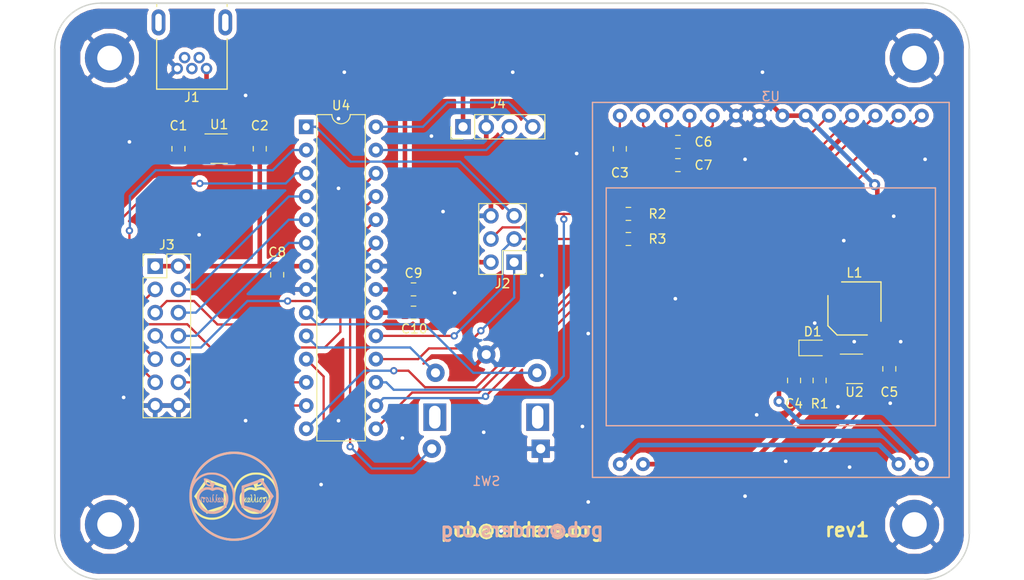
<source format=kicad_pcb>
(kicad_pcb (version 20211014) (generator pcbnew)

  (general
    (thickness 1.6)
  )

  (paper "A4")
  (layers
    (0 "F.Cu" signal)
    (31 "B.Cu" signal)
    (32 "B.Adhes" user "B.Adhesive")
    (33 "F.Adhes" user "F.Adhesive")
    (34 "B.Paste" user)
    (35 "F.Paste" user)
    (36 "B.SilkS" user "B.Silkscreen")
    (37 "F.SilkS" user "F.Silkscreen")
    (38 "B.Mask" user)
    (39 "F.Mask" user)
    (40 "Dwgs.User" user "User.Drawings")
    (41 "Cmts.User" user "User.Comments")
    (42 "Eco1.User" user "User.Eco1")
    (43 "Eco2.User" user "User.Eco2")
    (44 "Edge.Cuts" user)
    (45 "Margin" user)
    (46 "B.CrtYd" user "B.Courtyard")
    (47 "F.CrtYd" user "F.Courtyard")
    (48 "B.Fab" user)
    (49 "F.Fab" user)
  )

  (setup
    (pad_to_mask_clearance 0.051)
    (solder_mask_min_width 0.25)
    (pcbplotparams
      (layerselection 0x00010fc_ffffffff)
      (disableapertmacros false)
      (usegerberextensions true)
      (usegerberattributes true)
      (usegerberadvancedattributes false)
      (creategerberjobfile false)
      (svguseinch false)
      (svgprecision 6)
      (excludeedgelayer true)
      (plotframeref false)
      (viasonmask false)
      (mode 1)
      (useauxorigin false)
      (hpglpennumber 1)
      (hpglpenspeed 20)
      (hpglpendiameter 15.000000)
      (dxfpolygonmode true)
      (dxfimperialunits true)
      (dxfusepcbnewfont true)
      (psnegative false)
      (psa4output false)
      (plotreference true)
      (plotvalue false)
      (plotinvisibletext false)
      (sketchpadsonfab false)
      (subtractmaskfromsilk true)
      (outputformat 1)
      (mirror false)
      (drillshape 0)
      (scaleselection 1)
      (outputdirectory "plot/")
    )
  )

  (net 0 "")
  (net 1 "Net-(C1-Pad1)")
  (net 2 "GND")
  (net 3 "+3V3")
  (net 4 "Net-(C3-Pad2)")
  (net 5 "Net-(C4-Pad1)")
  (net 6 "Net-(C6-Pad2)")
  (net 7 "Net-(C6-Pad1)")
  (net 8 "Net-(C7-Pad1)")
  (net 9 "Net-(C7-Pad2)")
  (net 10 "Net-(D1-Pad2)")
  (net 11 "ICSP_MISO")
  (net 12 "ICSP_SCK")
  (net 13 "ICSP_MOSI")
  (net 14 "ICSP_RST")
  (net 15 "PC1")
  (net 16 "PC2")
  (net 17 "PC3")
  (net 18 "PD0")
  (net 19 "PD1")
  (net 20 "PD2")
  (net 21 "PD3")
  (net 22 "PD4")
  (net 23 "PD6")
  (net 24 "PD7")
  (net 25 "I2C_SDA")
  (net 26 "I2C_SCL")
  (net 27 "Net-(R1-Pad1)")
  (net 28 "DISP_SDA")
  (net 29 "DISP_SCK")
  (net 30 "ENC_SW")
  (net 31 "ENC_B")
  (net 32 "ENC_A")
  (net 33 "DISP_BL_PWM")
  (net 34 "DISP_CD")
  (net 35 "DISP_RS")
  (net 36 "DISP_CS0")
  (net 37 "Net-(U3-Pad14)")

  (footprint "Capacitor_SMD:C_0805_2012Metric" (layer "F.Cu") (at 109.4994 79.4915 90))

  (footprint "Resistor_SMD:R_0805_2012Metric" (layer "F.Cu") (at 158.6969 86.614 180))

  (footprint "Capacitor_SMD:C_0805_2012Metric" (layer "F.Cu") (at 118.3894 79.4915 90))

  (footprint "Capacitor_SMD:C_0805_2012Metric" (layer "F.Cu") (at 164.1094 78.74))

  (footprint "Capacitor_SMD:C_0805_2012Metric" (layer "F.Cu") (at 164.1094 81.28))

  (footprint "Capacitor_SMD:C_0805_2012Metric" (layer "F.Cu") (at 157.7594 79.502 90))

  (footprint "Capacitor_SMD:C_0805_2012Metric" (layer "F.Cu") (at 135.2019 97.409))

  (footprint "Capacitor_SMD:C_0805_2012Metric" (layer "F.Cu") (at 120.2944 93.2665 -90))

  (footprint "Package_TO_SOT_SMD:SOT-23-5" (layer "F.Cu") (at 113.9444 79.479))

  (footprint "Capacitor_SMD:C_0805_2012Metric" (layer "F.Cu") (at 135.2019 94.869))

  (footprint "Connector_PinHeader_2.54mm:PinHeader_2x07_P2.54mm_Vertical" (layer "F.Cu") (at 106.9594 92.329))

  (footprint "Connector_PinHeader_2.54mm:PinHeader_2x03_P2.54mm_Vertical" (layer "F.Cu") (at 146.2024 91.8972 180))

  (footprint "Connector_PinHeader_2.54mm:PinHeader_1x04_P2.54mm_Vertical" (layer "F.Cu") (at 140.6144 77.089 90))

  (footprint "Package_DIP:DIP-28_W7.62mm" (layer "F.Cu") (at 123.4694 77.089))

  (footprint "Resistor_SMD:R_0805_2012Metric" (layer "F.Cu") (at 179.6034 104.8258 90))

  (footprint "Capacitor_SMD:C_0805_2012Metric" (layer "F.Cu") (at 187.2234 103.5558 -90))

  (footprint "inductors:CDC5D23B" (layer "F.Cu") (at 183.4134 96.9518))

  (footprint "Diode_SMD:D_SOD-323" (layer "F.Cu") (at 178.8414 101.2698))

  (footprint "Capacitor_SMD:C_0805_2012Metric" (layer "F.Cu") (at 176.8094 104.8258 -90))

  (footprint "Package_TO_SOT_SMD:SOT-23-5" (layer "F.Cu") (at 183.4134 103.5558))

  (footprint "Resistor_SMD:R_0805_2012Metric" (layer "F.Cu") (at 158.6969 89.3572 180))

  (footprint "usb_connector:Amphenol_mini_USB" (layer "F.Cu") (at 110.9694 63.574 180))

  (footprint "MountingHole:MountingHole_2.7mm_M2.5_Pad" (layer "F.Cu") (at 101.9694 69.574))

  (footprint "MountingHole:MountingHole_2.7mm_M2.5_Pad" (layer "F.Cu") (at 189.9694 69.574))

  (footprint "MountingHole:MountingHole_2.7mm_M2.5_Pad" (layer "F.Cu") (at 189.9694 120.574))

  (footprint "MountingHole:MountingHole_2.7mm_M2.5_Pad" (layer "F.Cu") (at 101.9694 120.574))

  (footprint "symbols-chao:sacret_chao_neg" (layer "F.Cu") (at 115.57 117.475))

  (footprint "displays:EA-DOGS102x-6" (layer "B.Cu") (at 174.2694 96.774 180))

  (footprint "encoder:RotaryEncoder_Alps_EC12D-Switch_Vertical_H20mm" (layer "B.Cu") (at 143.1544 108.839 180))

  (footprint "symbols-chao:sacret_chao_neg" (layer "B.Cu") (at 115.57 117.475 180))

  (gr_line (start 190.9694 126.574) (end 100.9694 126.574) (layer "Edge.Cuts") (width 0.2) (tstamp 1b097a20-994c-479c-9cb5-f236aa61c8fa))
  (gr_arc (start 195.9694 121.574) (mid 194.504934 125.109534) (end 190.9694 126.574) (layer "Edge.Cuts") (width 0.15) (tstamp 64940337-2175-44aa-ab05-e1e92e28a356))
  (gr_line (start 95.9694 121.574) (end 95.9694 68.574) (layer "Edge.Cuts") (width 0.2) (tstamp 77b08f8f-0764-4619-ae58-4700c5781fa2))
  (gr_arc (start 95.9694 68.574) (mid 97.433866 65.038466) (end 100.9694 63.574) (layer "Edge.Cuts") (width 0.15) (tstamp 780076de-fb73-43f2-b5aa-1c95059ff25d))
  (gr_line (start 195.9694 68.574) (end 195.9694 121.574) (layer "Edge.Cuts") (width 0.2) (tstamp 9273aad3-d4fd-4f46-88b0-3a63b54fdc41))
  (gr_line (start 100.9694 63.574) (end 190.9694 63.574) (layer "Edge.Cuts") (width 0.2) (tstamp cf646d51-a95b-4acb-92eb-03438484ca3f))
  (gr_arc (start 190.9694 63.574) (mid 194.504934 65.038466) (end 195.9694 68.574) (layer "Edge.Cuts") (width 0.15) (tstamp da49333a-2ae3-46a7-85b7-29e867a658b0))
  (gr_arc (start 100.9694 126.574) (mid 97.433866 125.109534) (end 95.9694 121.574) (layer "Edge.Cuts") (width 0.15) (tstamp f7925461-00b9-45fa-8499-f4088f9215ce))
  (gr_text "pcb@onders.org" (at 147.066 121.158) (layer "B.SilkS") (tstamp 5413e9f0-4b25-4379-9452-5ca9a4dfa90a)
    (effects (font (size 1.5 1.5) (thickness 0.3)) (justify mirror))
  )
  (gr_text "pcb@onders.org" (at 147.066 121.158) (layer "F.SilkS") (tstamp 00000000-0000-0000-0000-00006148cda8)
    (effects (font (size 1.5 1.5) (thickness 0.3)))
  )
  (gr_text "rev1" (at 182.626 121.158) (layer "F.SilkS") (tstamp 52113c98-6292-463e-b72c-6132239a046a)
    (effects (font (size 1.5 1.5) (thickness 0.3)))
  )

  (segment (start 109.4994 80.429) (end 112.8444 80.429) (width 0.5) (layer "F.Cu") (net 1) (tstamp 518a4131-64e9-4ba1-a442-4691a53e2b81))
  (segment (start 113.559402 80.429) (end 113.824401 80.164001) (width 0.5) (layer "F.Cu") (net 1) (tstamp 8ef3e563-c1f8-49c5-a3f8-41d88bb0ede4))
  (segment (start 112.5694 78.254) (end 112.8444 78.529) (width 0.5) (layer "F.Cu") (net 1) (tstamp 94dd7c58-d6bf-4547-ab6b-8de0e37bf355))
  (segment (start 112.8444 80.429) (end 113.559402 80.429) (width 0.5) (layer "F.Cu") (net 1) (tstamp 9a573a5f-16ed-4bac-a9aa-25b5d86e5dd3))
  (segment (start 113.824401 80.164001) (end 113.824401 78.793999) (width 0.5) (layer "F.Cu") (net 1) (tstamp d5a6653e-3f63-4910-afbc-8ebf149f0d3d))
  (segment (start 113.559402 78.529) (end 112.8444 78.529) (width 0.5) (layer "F.Cu") (net 1) (tstamp dac75ca8-9fd9-4f25-9f22-82af6f3fdad2))
  (segment (start 113.824401 78.793999) (end 113.559402 78.529) (width 0.5) (layer "F.Cu") (net 1) (tstamp e6ba8e5a-5295-4d99-9539-f0f44fc4499c))
  (segment (start 112.5694 70.724) (end 112.5694 78.254) (width 0.5) (layer "F.Cu") (net 1) (tstamp f09822c0-7fac-44ce-a87f-366f7a49f250))
  (segment (start 112.8319 78.6915) (end 112.8444 78.679) (width 0.25) (layer "F.Cu") (net 1) (tstamp f6fee84b-bfc5-4648-8e13-9d6d04247a23))
  (segment (start 182.3134 103.5558) (end 185.8264 103.5558) (width 0.5) (layer "F.Cu") (net 2) (tstamp 00000000-0000-0000-0000-000061464a7a))
  (segment (start 185.8264 103.5558) (end 186.7639 104.4933) (width 0.5) (layer "F.Cu") (net 2) (tstamp 00000000-0000-0000-0000-000061464add))
  (segment (start 186.7639 104.4933) (end 187.2234 104.4933) (width 0.5) (layer "F.Cu") (net 2) (tstamp 00000000-0000-0000-0000-000061464ae0))
  (segment (start 110.8894 78.554) (end 109.4994 78.554) (width 0.5) (layer "F.Cu") (net 2) (tstamp 22ebd635-5838-472e-8b50-03affaba3376))
  (segment (start 180.7949 103.8883) (end 181.1274 103.5558) (width 0.5) (layer "F.Cu") (net 2) (tstamp 4fffb586-b915-45cc-a9a2-02cc516bb571))
  (segment (start 112.8444 79.479) (end 111.8144 79.479) (width 0.5) (layer "F.Cu") (net 2) (tstamp 711f8627-5a3c-4396-84c3-6cf951de66c5))
  (segment (start 181.1274 103.5558) (end 182.3134 103.5558) (width 0.5) (layer "F.Cu") (net 2) (tstamp 8b64729b-0793-4b75-90fd-6a59598d76c3))
  (segment (start 179.6034 103.8883) (end 180.7949 103.8883) (width 0.5) (layer "F.Cu") (net 2) (tstamp ca51fbb9-a837-4f97-892a-477f8b6ae176))
  (segment (start 111.8144 79.479) (end 110.8894 78.554) (width 0.5) (layer "F.Cu") (net 2) (tstamp d77aae80-2ebb-449c-8753-33e439daa878))
  (segment (start 117.7419 78.679) (end 117.7544 78.6915) (width 0.25) (layer "F.Cu") (net 2) (tstamp f0172b04-3281-4d5a-a911-69e210ac9ebd))
  (via (at 142.875 110.49) (size 0.8) (drill 0.4) (layers "F.Cu" "B.Cu") (free) (net 2) (tstamp 1381c62d-fe0d-40e1-a24a-30e3ebdfd353))
  (via (at 173.355 71.12) (size 0.8) (drill 0.4) (layers "F.Cu" "B.Cu") (free) (net 2) (tstamp 1be57cee-9843-43f2-b029-ce77e4d23583))
  (via (at 182.245 89.535) (size 0.8) (drill 0.4) (layers "F.Cu" "B.Cu") (free) (net 2) (tstamp 1e7a3df3-1564-4fca-a73a-2e1c26f2240d))
  (via (at 171.45 80.645) (size 0.8) (drill 0.4) (layers "F.Cu" "B.Cu") (free) (net 2) (tstamp 24f4ca8a-b89e-4b56-bcc7-8bd43bb3d11a))
  (via (at 133.985 111.125) (size 0.8) (drill 0.4) (layers "F.Cu" "B.Cu") (free) (net 2) (tstamp 2a21fb11-bf9f-4892-8443-9e0ba5dd08ff))
  (via (at 175.895 113.665) (size 0.8) (drill 0.4) (layers "F.Cu" "B.Cu") (free) (net 2) (tstamp 2b6301a3-5467-4fc1-bb31-50e77447df18))
  (via (at 111.76 88.9) (size 0.8) (drill 0.4) (layers "F.Cu" "B.Cu") (free) (net 2) (tstamp 2efaba24-aee5-4bea-ae84-dbce9fb4b72e))
  (via (at 127 109.22) (size 0.8) (drill 0.4) (layers "F.Cu" "B.Cu") (free) (net 2) (tstamp 30b67311-4a25-4ff6-b039-8b63a8d8435a))
  (via (at 138.43 86.36) (size 0.8) (drill 0.4) (layers "F.Cu" "B.Cu") (free) (net 2) (tstamp 36992cac-f26a-4454-857c-961531074fa8))
  (via (at 172.72 108.585) (size 0.8) (drill 0.4) (layers "F.Cu" "B.Cu") (free) (net 2) (tstamp 3b6f4330-bdb8-40df-a620-2777b9dcf025))
  (via (at 146.05 71.12) (size 0.8) (drill 0.4) (layers "F.Cu" "B.Cu") (free) (net 2) (tstamp 473c668c-5f7b-4cf5-8012-906483dc5dc1))
  (via (at 171.45 117.475) (size 0.8) (drill 0.4) (layers "F.Cu" "B.Cu") (free) (net 2) (tstamp 5078aa3f-bd19-4b74-8c57-3c644abf89a1))
  (via (at 116.84 109.22) (size 0.8) (drill 0.4) (layers "F.Cu" "B.Cu") (free) (net 2) (tstamp 5205aebd-9933-4ae9-a0ce-7844b2f8a68d))
  (via (at 163.83 95.885) (size 0.8) (drill 0.4) (layers "F.Cu" "B.Cu") (free) (net 2) (tstamp 5e8722e9-7b43-46a9-8d22-878ec7a7e611))
  (via (at 182.88 114.3) (size 0.8) (drill 0.4) (layers "F.Cu" "B.Cu") (free) (net 2) (tstamp 60fcc63f-51e7-4ba1-b8e2-7f58e866098a))
  (via (at 103.505 106.68) (size 0.8) (drill 0.4) (layers "F.Cu" "B.Cu") (free) (net 2) (tstamp 63d2de20-f243-448e-8f9b-9238fd5af361))
  (via (at 153.035 80.01) (size 0.8) (drill 0.4) (layers "F.Cu" "B.Cu") (free) (net 2) (tstamp 64fbefce-a964-4fb3-859a-3fdb8eab745c))
  (via (at 179.07 98.552) (size 0.8) (drill 0.4) (layers "F.Cu" "B.Cu") (free) (net 2) (tstamp 6b77bf77-de96-48f8-be92-62612c7f7189))
  (via (at 191.135 80.645) (size 0.8) (drill 0.4) (layers "F.Cu" "B.Cu") (free) (net 2) (tstamp 72140a8f-2088-44fc-93d1-40511c6ac353))
  (via (at 187.706 86.868) (size 0.8) (drill 0.4) (layers "F.Cu" "B.Cu") (free) (net 2) (tstamp 82379ead-3508-4425-94ba-5e4ce4df8beb))
  (via (at 153.67 109.855) (size 0.8) (drill 0.4) (layers "F.Cu" "B.Cu") (free) (net 2) (tstamp 8781291e-cbb2-406c-8d33-4c9ef34481d5))
  (via (at 139.7 95.25) (size 0.8) (drill 0.4) (layers "F.Cu" "B.Cu") (free) (net 2) (tstamp 87b9636d-970f-48ad-aeba-dc46a88c56f3))
  (via (at 127 83.82) (size 0.8) (drill 0.4) (layers "F.Cu" "B.Cu") (free) (net 2) (tstamp 8b6cdbf8-21f4-4048-9aa4-5e699f9f7818))
  (via (at 188.468 100.584) (size 0.8) (drill 0.4) (layers "F.Cu" "B.Cu") (free) (net 2) (tstamp a2634fce-63a7-464e-949e-676604bb3aff))
  (via (at 127.635 71.12) (size 0.8) (drill 0.4) (layers "F.Cu" "B.Cu") (free) (net 2) (tstamp b9288ffb-24d0-402b-b179-78cd1bd46e32))
  (via (at 187.325 107.315) (size 0.8) (drill 0.4) (layers "F.Cu" "B.Cu") (free) (net 2) (tstamp bb5d112d-8806-45ee-9ac3-33210f67d54f))
  (via (at 154.305 118.11) (size 0.8) (drill 0.4) (layers "F.Cu" "B.Cu") (free) (net 2) (tstamp c28b7c81-22dc-402b-9254-51430890607f))
  (via (at 116.84 73.66) (size 0.8) (drill 0.4) (layers "F.Cu" "B.Cu") (free) (net 2) (tstamp c6c09f1d-8526-474d-84d1-9ef4e9ca3baa))
  (via (at 144.78 121.285) (size 0.8) (drill 0.4) (layers "F.Cu" "B.Cu") (free) (net 2) (tstamp c9885123-a10f-435c-b990-754dee090790))
  (via (at 127 76.2) (size 0.8) (drill 0.4) (layers "F.Cu" "B.Cu") (free) (net 2) (tstamp d4d1bd68-a9e6-402c-9443-93b1d7dcbad3))
  (via (at 137.16 78.105) (size 0.8) (drill 0.4) (layers "F.Cu" "B.Cu") (free) (net 2) (tstamp dc7fe6ab-e2e1-48c0-b2af-0f1c6ebb04ac))
  (via (at 125.095 116.205) (size 0.8) (drill 0.4) (layers "F.Cu" "B.Cu") (free) (net 2) (tstamp e057ca2f-1b75-420b-8935-3a5f72a1ab12))
  (via (at 183.388 100.584) (size 0.8) (drill 0.4) (layers "F.Cu" "B.Cu") (free) (net 2) (tstamp e61ab269-9ed2-4997-9d04-ff45179c9616))
  (via (at 104.14 78.74) (size 0.8) (drill 0.4) (layers "F.Cu" "B.Cu") (free) (net 2) (tstamp edff7200-18c6-4e0c-99f9-a118fc24b63a))
  (via (at 181.61 107.696) (size 0.8) (drill 0.4) (layers "F.Cu" "B.Cu") (free) (net 2) (tstamp f2a890da-4680-40ce-b207-f4f38e533c52))
  (via (at 149.225 93.345) (size 0.8) (drill 0.4) (layers "F.Cu" "B.Cu") (free) (net 2) (tstamp f468e3bd-802f-4a5b-8b3e-9d656cb4dfb7))
  (via (at 154.305 99.695) (size 0.8) (drill 0.4) (layers "F.Cu" "B.Cu") (free) (net 2) (tstamp f85a42e4-203a-4e25-98e4-36d444206b66))
  (segment (start 187.2109 102.6058) (end 187.2234 102.6183) (width 0.5) (layer "F.Cu") (net 3) (tstamp 00000000-0000-0000-0000-000061464b13))
  (segment (start 134.2644 97.409) (end 131.0894 97.409) (width 0.5) (layer "F.Cu") (net 3) (tstamp 0239a7dc-4f11-4dd5-9564-b10e3cb51ffa))
  (segment (start 184.5259 102.6183) (end 184.5134 102.6058) (width 0.5) (layer "F.Cu") (net 3) (tstamp 0bf07fd4-aa7e-4f51-a6a6-44b27866d654))
  (segment (start 134.2644 94.869) (end 131.0894 94.869) (width 0.5) (layer "F.Cu") (net 3) (tstamp 27e112bb-379e-4535-a70d-a0e678c371ae))
  (segment (start 185.9134 99.1518) (end 185.9134 83.7038) (width 0.5) (layer "F.Cu") (net 3) (tstamp 55159f70-13f1-47a3-bb2b-c74826aa604c))
  (segment (start 185.89 102.6183) (end 184.5259 102.6183) (width 0.5) (layer "F.Cu") (net 3) (tstamp 5f5a1385-75d4-4463-bc21-a6137b8c26df))
  (segment (start 140.6144 73.279) (end 172.9444 73.279) (width 0.5) (layer "F.Cu") (net 3) (tstamp 86388482-65de-4962-9ebf-7d4d6c1dfcb6))
  (segment (start 134.2644 91.8845) (end 134.2644 73.279) (width 0.5) (layer "F.Cu") (net 3) (tstamp 87f4b7ba-c2c6-4980-9aad-767b93259fb9))
  (segment (start 118.3894 92.329) (end 109.4994 92.329) (width 0.5) (layer "F.Cu") (net 3) (tstamp 8bdf40b7-7312-4b98-8ee3-177dfa3c1a46))
  (segment (start 116.4894 78.529) (end 118.3894 80.429) (width 0.5) (layer "F.Cu") (net 3) (tstamp 97c3e317-415d-4b4f-8101-e9340ae149a3))
  (segment (start 134.2644 94.869) (end 134.2644 91.8845) (width 0.5) (layer "F.Cu") (net 3) (tstamp 9c26b72f-cc8f-4568-a8a9-f55225c27554))
  (segment (start 142.447619 91.8845) (end 134.2644 91.8845) (width 0.5) (layer "F.Cu") (net 3) (tstamp 9e07d90c-56c0-4c4f-855e-0025effe6c99))
  (segment (start 119.6594 79.159) (end 119.6594 75.819) (width 0.5) (layer "F.Cu") (net 3) (tstamp a5acfc13-660b-4475-8069-b28733a7b5eb))
  (segment (start 187.2234 102.6183) (end 185.89 102.6183) (width 0.5) (layer "F.Cu") (net 3) (tstamp b0e38842-ac03-4c5b-8a1e-55adbb4b8c0c))
  (segment (start 185.9134 99.1518) (end 185.9134 102.5949) (width 0.5) (layer "F.Cu") (net 3) (tstamp bbc3af49-fdef-47bd-8494-93433b79685b))
  (segment (start 109.4994 92.329) (end 106.9594 92.329) (width 0.5) (layer "F.Cu") (net 3) (tstamp bd5bb503-514b-468b-8abd-7e31ffd332b7))
  (segment (start 115.0444 78.529) (end 116.4894 78.529) (width 0.5) (layer "F.Cu") (net 3) (tstamp c09e814d-1e36-4717-a65f-fd59e1f66b26))
  (segment (start 134.2644 97.409) (end 134.2644 94.869) (width 0.5) (layer "F.Cu") (net 3) (tstamp c38bcb76-072f-4dac-ae3c-2878c12baaaa))
  (segment (start 119.6594 75.819) (end 122.1994 73.279) (width 0.5) (layer "F.Cu") (net 3) (tstamp c8b9676b-221e-4cd7-863c-5d1cf75e0f5a))
  (segment (start 172.9444 73.279) (end 175.5394 75.874) (width 0.5) (layer "F.Cu") (net 3) (tstamp cea40dd1-610e-46e4-9f6c-d23f0a3ddd3f))
  (segment (start 120.2944 92.329) (end 118.3894 92.329) (width 0.5) (layer "F.Cu") (net 3) (tstamp d2524e3e-228a-471d-b6ab-7febc5f574b2))
  (segment (start 178.0794 75.874) (end 175.5394 75.874) (width 0.5) (layer "F.Cu") (net 3) (tstamp d71f0cba-ee35-4c7d-8e36-e6e267833f6a))
  (segment (start 143.6624 91.8972) (end 142.460319 91.8972) (width 0.5) (layer "F.Cu") (net 3) (tstamp d8abe8ec-485d-44a5-b5c3-6d01cfd7fd8c))
  (segment (start 185.9134 83.7038) (end 185.6232 83.4136) (width 0.5) (layer "F.Cu") (net 3) (tstamp e1df4b0e-82c2-4440-ac04-3c42a4367634))
  (segment (start 140.6144 77.089) (end 140.6144 73.279) (width 0.5) (layer "F.Cu") (net 3) (tstamp e6835982-f526-41dd-96a3-dbcd46ab9645))
  (segment (start 118.3894 80.429) (end 118.3894 92.329) (width 0.5) (layer "F.Cu") (net 3) (tstamp e6e4ba06-5100-4065-b809-01784b64c06b))
  (segment (start 134.2644 73.279) (end 140.6144 73.279) (width 0.5) (layer "F.Cu") (net 3) (tstamp e93952e0-b012-4dcc-a5ce-167d55bdd575))
  (segment (start 118.3894 80.429) (end 119.6594 79.159) (width 0.5) (layer "F.Cu") (net 3) (tstamp ed4682aa-5710-4438-810d-939bc55b81c3))
  (segment (start 185.9134 102.5949) (end 185.89 102.6183) (width 0.5) (layer "F.Cu") (net 3) (tstamp f0b46255-e918-4a38-931d-8a945e9905c3))
  (segment (start 123.4694 92.329) (end 120.2944 92.329) (width 0.5) (layer "F.Cu") (net 3) (tstamp f1084b0d-b992-4d4c-9074-1c148a908ad5))
  (segment (start 122.1994 73.279) (end 134.2644 73.279) (width 0.5) (layer "F.Cu") (net 3) (tstamp f95c6027-15cc-4326-9d31-38f6dba6baec))
  (segment (start 142.460319 91.8972) (end 142.447619 91.8845) (width 0.5) (layer "F.Cu") (net 3) (tstamp fa2a3668-9582-4466-b44e-6720f86e983f))
  (via (at 185.6232 83.4136) (size 1.2) (drill 0.6) (layers "F.Cu" "B.Cu") (net 3) (tstamp 5f698b56-319a-4e7a-acc3-9c3c494e9e07))
  (segment (start 185.619 83.4136) (end 185.6232 83.4136) (width 0.5) (layer "B.Cu") (net 3) (tstamp 1e5d0253-acc2-4f0d-86a2-9343225c71a7))
  (segment (start 178.0794 75.874) (end 185.619 83.4136) (width 0.5) (layer "B.Cu") (net 3) (tstamp 75c56b73-e91e-4c3e-8fb7-792f0cb19b7b))
  (segment (start 157.7594 75.874) (end 157.7594 78.5645) (width 0.25) (layer "F.Cu") (net 4) (tstamp cdbac3ad-7252-4da8-b1a5-17f3fd6da071))
  (segment (start 176.8094 102.0318) (end 176.8094 103.8883) (width 0.5) (layer "F.Cu") (net 5) (tstamp 00000000-0000-0000-0000-0000614649de))
  (segment (start 176.8094 103.8883) (end 175.7149 103.8883) (width 0.5) (layer "F.Cu") (net 5) (tstamp 00000000-0000-0000-0000-0000614649e1))
  (segment (start 177.5714 101.2698) (end 176.8094 102.0318) (width 0.5) (layer "F.Cu") (net 5) (tstamp 00000000-0000-0000-0000-000061464a23))
  (segment (start 175.7149 103.8883) (end 175.1584 104.4448) (width 0.5) (layer "F.Cu") (net 5) (tstamp 00000000-0000-0000-0000-000061464ac2))
  (segment (start 177.7914 101.2698) (end 177.5714 101.2698) (width 0.5) (layer "F.Cu") (net 5) (tstamp 00000000-0000-0000-0000-000061464ad4))
  (segment (start 175.1584 104.4448) (end 175.1584 107.1118) (width 0.5) (layer "F.Cu") (net 5) (tstamp 00000000-0000-0000-0000-000061464b1c))
  (via (at 175.1584 107.1118) (size 1.2) (drill 0.6) (layers "F.Cu" "B.Cu") (net 5) (tstamp 00000000-0000-0000-0000-0000614649f0))
  (segment (start 175.1584 107.1118) (end 177.3936 109.347) (width 0.5) (layer "B.Cu") (net 5) (tstamp 11f8ac59-56bf-4d1a-8ad3-b4e0fd1dc52f))
  (segment (start 186.1524 109.347) (end 190.7794 113.974) (width 0.5) (layer "B.Cu") (net 5) (tstamp 5c579301-bff6-451b-b47f-4ab2a3b968be))
  (segment (start 177.3936 109.347) (end 186.1524 109.347) (width 0.5) (layer "B.Cu") (net 5) (tstamp cb4d8b56-fff0-4e32-bb68-134e4476c746))
  (segment (start 165.0469 78.74) (end 165.0469 77.4215) (width 0.25) (layer "F.Cu") (net 6) (tstamp 78ede9a5-24b2-446b-883e-d0eb187e6d79))
  (segment (start 165.3794 77.089) (end 165.3794 75.874) (width 0.25) (layer "F.Cu") (net 6) (tstamp b37ba0e4-c660-44d5-bd24-47ff6d2ba9c7))
  (segment (start 165.0469 77.4215) (end 165.3794 77.089) (width 0.25) (layer "F.Cu") (net 6) (tstamp c484a812-1402-4e4a-b9af-2e216b21f631))
  (segment (start 163.1719 77.4215) (end 163.1719 78.74) (width 0.25) (layer "F.Cu") (net 7) (tstamp 1418a8af-ecf9-4c29-a7a3-d0ed1e478705))
  (segment (start 162.8394 75.874) (end 162.8394 77.089) (width 0.25) (layer "F.Cu") (net 7) (tstamp 250e48fb-e2d3-44be-a21e-1a17c0d65000))
  (segment (start 162.8394 77.089) (end 163.1719 77.4215) (width 0.25) (layer "F.Cu") (net 7) (tstamp fb134e24-116f-4c1a-a910-69e228b2dca7))
  (segment (start 160.2994 75.874) (end 160.2994 76.95163) (width 0.25) (layer "F.Cu") (net 8) (tstamp 819f78e6-941f-4dad-85f1-b4c7c6b3f0f2))
  (segment (start 162.3314 81.28) (end 163.1719 81.28) (width 0.25) (layer "F.Cu") (net 8) (tstamp ab1e0f05-b1ba-418b-9e43-ba5776957f76))
  (segment (start 161.8234 80.772) (end 162.3314 81.28) (width 0.25) (layer "F.Cu") (net 8) (tstamp ada0013d-cfe2-4fa3-ae62-0cfc7e1da447))
  (segment (start 161.8234 78.47563) (end 161.8234 80.772) (width 0.25) (layer "F.Cu") (net 8) (tstamp c8a3bad8-b631-46f3-ad1c-65cbb9e97856))
  (segment (start 160.2994 76.95163) (end 161.8234 78.47563) (width 0.25) (layer "F.Cu") (net 8) (tstamp e99125d6-a0ca-4b37-842b-335296080c6e))
  (segment (start 167.9194 75.874) (end 167.9194 76.962) (width 0.25) (layer "F.Cu") (net 9) (tstamp 078044b2-8672-471f-8af0-713545e8135d))
  (segment (start 166.3954 78.486) (end 166.3954 80.772) (width 0.25) (layer "F.Cu") (net 9) (tstamp 25f1074a-6ae7-40ed-8106-5e5622cabe99))
  (segment (start 165.8874 81.28) (end 165.0469 81.28) (width 0.25) (layer "F.Cu") (net 9) (tstamp 36709ce8-feaf-4ca8-a999-4108fb101352))
  (segment (start 167.9194 76.962) (end 166.3954 78.486) (width 0.25) (layer "F.Cu") (net 9) (tstamp c873fbd2-c35e-4523-8311-de379b125b9d))
  (segment (start 166.3954 80.772) (end 165.8874 81.28) (width 0.25) (layer "F.Cu") (net 9) (tstamp f69224be-c98a-48ad-a04c-1caaa0418333))
  (segment (start 182.1084 102.6058) (end 182.3134 102.6058) (width 0.5) (layer "F.Cu") (net 10) (tstamp 00000000-0000-0000-0000-0000614649d2))
  (segment (start 180.6914 101.2698) (end 181.2134 101.2698) (width 0.5) (layer "F.Cu") (net 10) (tstamp 00000000-0000-0000-0000-0000614649db))
  (segment (start 181.2134 101.2698) (end 181.2134 101.7108) (width 0.5) (layer "F.Cu") (net 10) (tstamp 00000000-0000-0000-0000-0000614649e4))
  (segment (start 179.8914 101.2698) (end 180.6914 101.2698) (width 0.5) (layer "F.Cu") (net 10) (tstamp 00000000-0000-0000-0000-0000614649ea))
  (segment (start 181.2134 101.7108) (end 182.1084 102.6058) (width 0.5) (layer "F.Cu") (net 10) (tstamp 00000000-0000-0000-0000-000061464ace))
  (segment (start 181.2134 95.4566) (end 181.2134 98.9486) (width 0.5) (layer "F.Cu") (net 10) (tstamp 22f1a18b-d140-451a-a871-4c11294da049))
  (segment (start 181.2134 98.9486) (end 181.2134 101.2698) (width 0.5) (layer "F.Cu") (net 10) (tstamp 7f251369-eace-44ab-848c-cd3c5957381c))
  (segment (start 180.9134 95.1566) (end 181.2134 95.4566) (width 0.5) (layer "F.Cu") (net 10) (tstamp a3a4ba60-3271-4e9a-ba37-9a84bcaf9db5))
  (segment (start 180.9134 94.7518) (end 180.9134 95.1566) (width 0.5) (layer "F.Cu") (net 10) (tstamp ec5e2d7d-3bc6-4fcb-8261-5aceb45c3c19))
  (segment (start 131.0894 102.489) (end 135.7122 102.489) (width 0.25) (layer "F.Cu") (net 11) (tstamp 2c913718-efbb-4ec8-bb76-bae88d46ed51))
  (segment (start 135.7122 102.489) (end 136.8806 101.3206) (width 0.25) (layer "F.Cu") (net 11) (tstamp 47472735-41ec-4096-96fb-ce611f148c4c))
  (segment (start 140.6398 101.3206) (end 142.5702 99.3902) (width 0.25) (layer "F.Cu") (net 11) (tstamp 947acefe-ac33-4206-9de3-25b50b4731dd))
  (segment (start 136.8806 101.3206) (end 140.6398 101.3206) (width 0.25) (layer "F.Cu") (net 11) (tstamp a02008a9-68e1-4709-bfc0-24c27997889b))
  (via (at 142.5702 99.3902) (size 0.8) (drill 0.4) (layers "F.Cu" "B.Cu") (net 11) (tstamp ec464e2c-70c1-4b51-8600-7384ed6e411a))
  (segment (start 146.2024 95.758) (end 146.2024 91.8972) (width 0.25) (layer "B.Cu") (net 11) (tstamp 1b0fa014-c61e-4314-8f3d-160bae26aa4c))
  (segment (start 142.5702 99.3902) (end 146.2024 95.758) (width 0.25) (layer "B.Cu") (net 11) (tstamp f75ebc7d-c37e-40c2-a424-54729f414b88))
  (segment (start 131.0894 99.949) (end 139.6492 99.949) (width 0.25) (layer "F.Cu") (net 12) (tstamp 14fc535c-cb89-48aa-90fe-76e1fd47f505))
  (segment (start 146.2024 89.3572) (end 157.7594 89.3572) (width 0.25) (layer "F.Cu") (net 12) (tstamp 673ed119-91db-4148-9876-56639d2d2321))
  (via (at 139.6492 99.949) (size 0.8) (drill 0.4) (layers "F.Cu" "B.Cu") (net 12) (tstamp a4d49e7c-3f1b-4d80-bed7-772a82216d80))
  (segment (start 144.9324 90.6272) (end 146.2024 89.3572) (width 0.25) (layer "B.Cu") (net 12) (tstamp 41dd8dbe-60e2-416e-bb81-b16a7ee0f28c))
  (segment (start 139.6492 99.949) (end 144.9324 94.6658) (width 0.25) (layer "B.Cu") (net 12) (tstamp 9f6748e8-8f0d-48e2-827e-24181f021855))
  (segment (start 144.9324 94.6658) (end 144.9324 90.6272) (width 0.25) (layer "B.Cu") (net 12) (tstamp da656b2e-e4c4-44c7-b28a-53f21ed84da8))
  (segment (start 151.638 87.1982) (end 151.638 86.614) (width 0.25) (layer "F.Cu") (net 13) (tstamp 01fb1e6b-cb11-499c-98a0-6bff6dff5959))
  (segment (start 144.9324 88.0872) (end 147.0152 88.0872) (width 0.25) (layer "F.Cu") (net 13) (tstamp 233cfd4a-3e69-493d-b359-bfb36c843ecb))
  (segment (start 157.7594 86.614) (end 151.638 86.614) (width 0.25) (layer "F.Cu") (net 13) (tstamp 5fc5324e-c2ef-45c8-948a-a82775445cd5))
  (segment (start 143.6624 89.3572) (end 144.9324 88.0872) (width 0.25) (layer "F.Cu") (net 13) (tstamp 93d4d131-a9f1-4257-bd4f-e06ad27b3631))
  (segment (start 148.4884 86.614) (end 151.638 86.614) (width 0.25) (layer "F.Cu") (net 13) (tstamp c4d75d3d-bb31-481d-a4a7-a0f504882b68))
  (segment (start 147.0152 88.0872) (end 148.4884 86.614) (width 0.25) (layer "F.Cu") (net 13) (tstamp e8a30a4a-b90d-43dc-9cd2-b512b8cb2467))
  (via (at 151.638 87.1982) (size 0.8) (drill 0.4) (layers "F.Cu" "B.Cu") (net 13) (tstamp e5b90e39-3962-49db-a2a4-466531862883))
  (segment (start 133.03357 105.8418) (end 150.114 105.8418) (width 0.25) (layer "B.Cu") (net 13) (tstamp 294d1b3f-d421-48e2-92a4-f8f5eef13748))
  (segment (start 131.0894 105.029) (end 132.22077 105.029) (width 0.25) (layer "B.Cu") (net 13) (tstamp 4925c46f-467c-40b3-95db-ef4df267cd8b))
  (segment (start 132.22077 105.029) (end 133.03357 105.8418) (width 0.25) (layer "B.Cu") (net 13) (tstamp 4a9da171-847e-4bc4-93f9-edfe5c4b8354))
  (segment (start 150.114 105.8418) (end 151.638 104.3178) (width 0.25) (layer "B.Cu") (net 13) (tstamp becc358e-ef6d-41ed-a412-61ca01ad5ed6))
  (segment (start 151.638 104.3178) (end 151.638 87.1982) (width 0.25) (layer "B.Cu") (net 13) (tstamp f5707a39-7e4e-416d-b856-204502394794))
  (segment (start 140.2842 80.899) (end 146.2024 86.8172) (width 0.25) (layer "B.Cu") (net 14) (tstamp 436b9e93-01ad-4cd2-a39e-eee50a26ba10))
  (segment (start 128.3294 80.899) (end 140.2842 80.899) (width 0.25) (layer "B.Cu") (net 14) (tstamp 7b859b76-0528-49b2-a54e-fd6560111b42))
  (segment (start 124.5194 77.089) (end 128.3294 80.899) (width 0.25) (layer "B.Cu") (net 14) (tstamp cf4939e9-8ae0-4af4-8ec6-e88cfbcbfe6e))
  (segment (start 123.4694 77.089) (end 124.5194 77.089) (width 0.25) (layer "B.Cu") (net 14) (tstamp d976a998-0355-4b51-98dc-421418498533))
  (segment (start 106.1466 98.679) (end 105.2576 97.79) (width 0.25) (layer "F.Cu") (net 15) (tstamp 26b5b06d-6731-4f1d-a50f-a1a758285eac))
  (segment (start 105.2576 97.79) (end 105.2576 96.5708) (width 0.25) (layer "F.Cu") (net 15) (tstamp 2e0de0fd-ad73-4e93-8d2e-96ad3d9f4bc7))
  (segment (start 125.5014 101.219) (end 113.0046 101.219) (width 0.25) (layer "F.Cu") (net 15) (tstamp 551310a4-3882-4605-bfec-f0802df1435c))
  (segment (start 127.2032 99.5172) (end 125.5014 101.219) (width 0.25) (layer "F.Cu") (net 15) (tstamp 6d7c23f0-27c3-4fa6-89cc-f79a540be70c))
  (segment (start 110.4646 98.679) (end 106.1466 98.679) (width 0.25) (layer "F.Cu") (net 15) (tstamp 79af4db6-baae-4c77-a86f-0586761cb86a))
  (segment (start 105.2576 96.5708) (end 106.9594 94.869) (width 0.25) (layer "F.Cu") (net 15) (tstamp b6f6bd1a-2333-4a7e-8ef6-f8a63bf31635))
  (segment (start 113.0046 101.219) (end 110.4646 98.679) (width 0.25) (layer "F.Cu") (net 15) (tstamp b98190a3-4e75-4ed8-b75b-e1b37bee46b3))
  (segment (start 131.0894 87.249) (end 127.2032 91.1352) (width 0.25) (layer "F.Cu") (net 15) (tstamp d92867dc-3e98-46a9-a48e-3161efe31b10))
  (segment (start 127.2032 91.1352) (end 127.2032 99.5172) (width 0.25) (layer "F.Cu") (net 15) (tstamp ed06b896-4df0-4238-b6eb-bbbe5360e849))
  (segment (start 125.0188 98.7044) (end 126.4666 97.2566) (width 0.25) (layer "F.Cu") (net 16) (tstamp 0c3dbbcf-98e0-48d2-853d-b67234b32313))
  (segment (start 113.7666 98.7044) (end 125.0188 98.7044) (width 0.25) (layer "F.Cu") (net 16) (tstamp 76ff16ff-0d33-4704-b0f8-f9c9f4b3e595))
  (segment (start 126.4666 97.2566) (end 126.4666 89.3318) (width 0.25) (layer "F.Cu") (net 16) (tstamp 89fa7fcb-3c2b-4c1b-b3ed-e2a1cf745f7d))
  (segment (start 106.9594 97.409) (end 108.2294 96.139) (width 0.25) (layer "F.Cu") (net 16) (tstamp 97931d4a-7c02-4a9b-a790-a3569eede93c))
  (segment (start 108.2294 96.139) (end 111.2012 96.139) (width 0.25) (layer "F.Cu") (net 16) (tstamp c9a40d5d-4fe7-4da0-89eb-466f8c6c321b))
  (segment (start 126.4666 89.3318) (end 131.0894 84.709) (width 0.25) (layer "F.Cu") (net 16) (tstamp cb6506b0-3912-438a-b6ea-123a23611666))
  (segment (start 111.2012 96.139) (end 113.7666 98.7044) (width 0.25) (layer "F.Cu") (net 16) (tstamp effa9ffa-d173-4290-8a92-c5f93d4c73ba))
  (segment (start 125.5268 87.7316) (end 125.5268 95.0468) (width 0.25) (layer "F.Cu") (net 17) (tstamp 0988bdab-20b2-4388-83a8-9cfbb33342b3))
  (segment (start 131.0894 82.169) (end 125.5268 87.7316) (width 0.25) (layer "F.Cu") (net 17) (tstamp 208a6583-df1c-4ff8-9045-47b7770a5518))
  (segment (start 125.5268 95.0468) (end 124.4346 96.139) (width 0.25) (layer "F.Cu") (net 17) (tstamp 787ed861-bac6-4a43-9839-40cdf7ee276e))
  (segment (start 124.4346 96.139) (end 122.301 96.139) (width 0.25) (layer "F.Cu") (net 17) (tstamp f184863f-807b-4eb3-ae9e-2a8857f5a82a))
  (segment (start 122.301 96.139) (end 121.4374 96.139) (width 0.25) (layer "F.Cu") (net 17) (tstamp fe148714-b0cf-44d7-9b6c-f06914620619))
  (via (at 121.4374 96.139) (size 0.8) (drill 0.4) (layers "F.Cu" "B.Cu") (net 17) (tstamp c485d3ef-a691-4d45-9595-86938e754812))
  (segment (start 121.4374 96.139) (end 117.0432 96.139) (width 0.25) (layer "B.Cu") (net 17) (tstamp 15dc4b2e-003f-454e-bdaf-e1febd8c55e0))
  (segment (start 111.9632 101.219) (end 108.2294 101.219) (width 0.25) (layer "B.Cu") (net 17) (tstamp 9b073885-8463-4cb0-87e3-a1e25fbb0a07))
  (segment (start 117.0432 96.139) (end 111.9632 101.219) (width 0.25) (layer "B.Cu") (net 17) (tstamp dacff3a5-d976-4461-a265-5c771e382f92))
  (segment (start 108.2294 101.219) (end 106.9594 99.949) (width 0.25) (layer "B.Cu") (net 17) (tstamp e216a3d4-c7c0-40e0-9701-6d206641d342))
  (segment (start 104.14 88.4428) (end 104.14 99.6696) (width 0.25) (layer "F.Cu") (net 18) (tstamp 3cdd1d4e-65c2-4726-934e-57a60432541b))
  (segment (start 104.14 99.6696) (end 106.9594 102.489) (width 0.25) (layer "F.Cu") (net 18) (tstamp cefc466a-271e-483c-abaa-dae7c1574727))
  (via (at 104.14 88.4428) (size 0.8) (drill 0.4) (layers "F.Cu" "B.Cu") (net 18) (tstamp fa96cd3f-f267-4e6d-9212-fd48f9f4aabe))
  (segment (start 122.0216 79.629) (end 119.8118 81.8388) (width 0.25) (layer "B.Cu") (net 18) (tstamp 169fbf9e-c683-4879-aed2-ef27f2a35b47))
  (segment (start 119.8118 81.8388) (end 107.0102 81.8388) (width 0.25) (layer "B.Cu") (net 18) (tstamp 5962fb65-4840-4342-83d8-ebe11a13a0c5))
  (segment (start 104.1908 88.392) (end 104.14 88.4428) (width 0.25) (layer "B.Cu") (net 18) (tstamp 77ef8d87-4775-444f-8280-518fd29c4b5c))
  (segment (start 104.1908 84.6582) (end 104.1908 88.392) (width 0.25) (layer "B.Cu") (net 18) (tstamp 7b914471-3d1b-40f6-8fee-092f137ff2e0))
  (segment (start 123.4694 79.629) (end 122.0216 79.629) (width 0.25) (layer "B.Cu") (net 18) (tstamp ce536418-0469-43d5-9a1a-c3f749bdbad3))
  (segment (start 107.0102 81.8388) (end 104.1908 84.6582) (width 0.25) (layer "B.Cu") (net 18) (tstamp ebd0fc89-8e13-43bb-945a-2e8b75c613c1))
  (segment (start 102.8954 100.965) (end 106.9594 105.029) (width 0.25) (layer "F.Cu") (net 19) (tstamp 39146702-2809-457e-9c0d-9bd6a611c17a))
  (segment (start 111.8362 83.2866) (end 107.1372 83.2866) (width 0.25) (layer "F.Cu") (net 19) (tstamp c06b07a5-81e8-4fba-b75f-eafa053e1406))
  (segment (start 107.1372 83.2866) (end 102.8954 87.5284) (width 0.25) (layer "F.Cu") (net 19) (tstamp f27a0a1a-93ad-49f4-89fe-1730de977ec9))
  (segment (start 102.8954 87.5284) (end 102.8954 100.965) (width 0.25) (layer "F.Cu") (net 19) (tstamp f940397b-29a5-4617-bd9c-f177a971b5e8))
  (via (at 111.8362 83.2866) (size 0.8) (drill 0.4) (layers "F.Cu" "B.Cu") (net 19) (tstamp 179ded49-c8d7-40c2-a728-5841fda625bd))
  (segment (start 123.4694 82.169) (end 122.33803 82.169) (width 0.25) (layer "B.Cu") (net 19) (tstamp 2717f789-6e9a-45e5-ba68-0e97a483a090))
  (segment (start 121.22043 83.2866) (end 111.8362 83.2866) (width 0.25) (layer "B.Cu") (net 19) (tstamp 7ce3b15b-ff03-4c37-a69c-50cee9ac8363))
  (segment (start 122.33803 82.169) (end 121.22043 83.2866) (width 0.25) (layer "B.Cu") (net 19) (tstamp f21a2c3b-3754-4d5f-9b26-191ad8769b23))
  (segment (start 111.4044 94.869) (end 121.5644 84.709) (width 0.25) (layer "B.Cu") (net 20) (tstamp 32a33c14-ad35-4ab3-9d14-69821847ef1b))
  (segment (start 109.4994 94.869) (end 111.4044 94.869) (width 0.25) (layer "B.Cu") (net 20) (tstamp a7b396e8-387b-4006-982d-ca6acb770010))
  (segment (start 121.5644 84.709) (end 123.4694 84.709) (width 0.25) (layer "B.Cu") (net 20) (tstamp dfa04c8b-bd8e-46e0-b63e-f2b2ac1e224a))
  (segment (start 111.4044 97.409) (end 121.5644 87.249) (width 0.25) (layer "B.Cu") (net 21) (tstamp 63065c9b-8053-430e-bdb0-072a1e704078))
  (segment (start 121.5644 87.249) (end 123.4694 87.249) (width 0.25) (layer "B.Cu") (net 21) (tstamp 97a1499d-8f21-4661-8bed-0e1e89d0838c))
  (segment (start 109.4994 97.409) (end 111.4044 97.409) (width 0.25) (layer "B.Cu") (net 21) (tstamp f65da57c-5a39-4e71-a4f8-1adb60cea20b))
  (segment (start 111.4044 99.949) (end 121.5644 89.789) (width 0.25) (layer "B.Cu") (net 22) (tstamp 11d8a1c9-2fe6-4f06-af2c-43205f80d2b1))
  (segment (start 109.4994 99.949) (end 111.4044 99.949) (width 0.25) (layer "B.Cu") (net 22) (tstamp 7a892666-f893-4a9e-a892-48887ab6e38d))
  (segment (start 121.5644 89.789) (end 123.4694 89.789) (width 0.25) (layer "B.Cu") (net 22) (tstamp 7bd40de0-7f89-4558-8bbf-b6a812e84074))
  (segment (start 109.4994 102.489) (end 116.1542 102.489) (width 0.25) (layer "F.Cu") (net 23) (tstamp 14b56486-a565-4ad2-9d4e-44e6442ea175))
  (segment (start 118.6942 105.029) (end 123.4694 105.029) (width 0.25) (layer "F.Cu") (net 23) (tstamp aef4ec1b-4636-45ef-b743-73a2cf716b99))
  (segment (start 116.1542 102.489) (end 118.6942 105.029) (width 0.25) (layer "F.Cu") (net 23) (tstamp fa52b214-9e18-40f6-ba83-46690adc9999))
  (segment (start 115.4684 105.029) (end 118.0084 107.569) (width 0.25) (layer "F.Cu") (net 24) (tstamp 52d8e7e5-a13c-454e-a4ac-2f9fbb38f9bc))
  (segment (start 118.0084 107.569) (end 123.4694 107.569) (width 0.25) (layer "F.Cu") (net 24) (tstamp baac58cf-ba1a-4451-8078-47a320ad2217))
  (segment (start 109.4994 105.029) (end 115.4684 105.029) (width 0.25) (layer "F.Cu") (net 24) (tstamp f42c6fb6-c981-412b-ba48-b5195e6314ca))
  (segment (start 131.0894 79.629) (end 143.1544 79.629) (width 0.25) (layer "B.Cu") (net 25) (tstamp 42ba407d-a036-422b-9b59-0018a6ff74da))
  (segment (start 143.1544 79.629) (end 145.6944 77.089) (width 0.25) (layer "B.Cu") (net 25) (tstamp 49b7236a-821c-4deb-be5e-c6a591113940))
  (segment (start 136.2329 77.089) (end 138.8999 74.422) (width 0.25) (layer "B.Cu") (net 26) (tstamp 54cef379-8a16-4ade-956d-519a53329bc3))
  (segment (start 145.5674 74.422) (end 148.2344 77.089) (width 0.25) (layer "B.Cu") (net 26) (tstamp c8686b97-f23e-4a0e-b4c0-aa3988218b00))
  (segment (start 138.8999 74.422) (end 145.5674 74.422) (width 0.25) (layer "B.Cu") (net 26) (tstamp e06d1eab-cb86-4592-b7c5-13289f2591ff))
  (segment (start 131.0894 77.089) (end 136.2329 77.089) (width 0.25) (layer "B.Cu") (net 26) (tstamp e09a27a3-bdcb-4a52-8356-44f3d9cdc103))
  (segment (start 182.3134 105.3308) (end 181.8809 105.7633) (width 0.5) (layer "F.Cu") (net 27) (tstamp 00000000-0000-0000-0000-0000614649e7))
  (segment (start 181.8809 105.7633) (end 179.6034 105.7633) (width 0.5) (layer "F.Cu") (net 27) (tstamp 00000000-0000-0000-0000-0000614649ed))
  (segment (start 182.3134 104.5058) (end 182.3134 105.3308) (width 0.5) (layer "F.Cu") (net 27) (tstamp 00000000-0000-0000-0000-000061464acb))
  (segment (start 161.37703 113.974) (end 160.2994 113.974) (width 0.5) (layer "F.Cu") (net 27) (tstamp 6b6fa031-d624-43d1-842e-f25c3d8a114c))
  (segment (start 179.6034 106.3508) (end 171.9802 113.974) (width 0.5) (layer "F.Cu") (net 27) (tstamp 717ae1df-ca35-43c4-858a-8a998842a6fa))
  (segment (start 179.6034 105.7633) (end 179.6034 106.3508) (width 0.5) (layer "F.Cu") (net 27) (tstamp 8bd335e3-f9cc-4141-b62c-89e6f2cea9b6))
  (segment (start 171.9802 113.974) (end 161.37703 113.974) (width 0.5) (layer "F.Cu") (net 27) (tstamp cdb51342-07be-44c9-aae9-c15b7e1e8215))
  (segment (start 169.8794 86.614) (end 180.6194 75.874) (width 0.25) (layer "F.Cu") (net 28) (tstamp 03feac72-98b7-4654-a672-d344349eb6a0))
  (segment (start 169.8794 86.614) (end 159.6344 86.614) (width 0.25) (layer "F.Cu") (net 28) (tstamp 2cdac68d-7c68-4dee-83f4-c82da698979f))
  (segment (start 169.6762 89.3572) (end 159.6344 89.3572) (width 0.25) (layer "F.Cu") (net 29) (tstamp 6c7215dc-2dbc-4951-bfca-623bac82e99f))
  (segment (start 183.1594 75.874) (end 169.6762 89.3572) (width 0.25) (layer "F.Cu") (net 29) (tstamp 75f2082b-4d7b-452b-8a4f-d706b382cdc7))
  (segment (start 128.27 106.9594) (end 128.27 112.0648) (width 0.25) (layer "F.Cu") (net 30) (tstamp 5bcf876f-136c-4dac-ae61-fa226f0c392d))
  (segment (start 131.0894 89.789) (end 128.27 92.6084) (width 0.25) (layer "F.Cu") (net 30) (tstamp 71d48a52-b8b3-40ee-8443-1f8ed57774db))
  (segment (start 128.27 92.6084) (end 128.27 106.9594) (width 0.25) (layer "F.Cu") (net 30) (tstamp c84e14d3-e4ed-44aa-a72a-e3cd27cfffa7))
  (via (at 128.27 112.0648) (size 0.8) (drill 0.4) (layers "F.Cu" "B.Cu") (net 30) (tstamp 32f7f993-844d-4647-82bc-7e4c69fc685b))
  (segment (start 130.6576 114.4524) (end 135.041 114.4524) (width 0.25) (layer "B.Cu") (net 30) (tstamp 392feb7d-639c-4109-b633-4f77161d9a00))
  (segment (start 128.27 112.0648) (end 130.6576 114.4524) (width 0.25) (layer "B.Cu") (net 30) (tstamp 61c1ad0a-88fa-4e84-b6d4-f39d3cd9072a))
  (segment (start 135.041 114.4524) (end 137.2044 112.289) (width 0.25) (layer "B.Cu") (net 30) (tstamp fd9d3f06-47e9-4e96-bdfc-1a5f59e67669))
  (segment (start 137.6044 103.989) (end 134.8344 101.219) (width 0.25) (layer "B.Cu") (net 31) (tstamp 0580ba4c-51c4-4298-ad74-e9c2ef4e04a2))
  (segment (start 124.7394 101.219) (end 123.4694 99.949) (width 0.25) (layer "B.Cu") (net 31) (tstamp 3b960909-0ba4-465c-b3f3-fd447a704a1b))
  (segment (start 134.8344 101.219) (end 124.7394 101.219) (width 0.25) (layer "B.Cu") (net 31) (tstamp fa730bff-7ae7-4cfc-aa0b-6b723ed31b48))
  (segment (start 124.7394 98.679) (end 123.4694 97.409) (width 0.25) (layer "B.Cu") (net 32) (tstamp 2a093840-0bdf-41ea-a70e-7ac20376c639))
  (segment (start 141.7334 103.989) (end 136.4234 98.679) (width 0.25) (layer "B.Cu") (net 32) (tstamp 678b0808-6a49-4948-bc77-b41d6e5561d1))
  (segment (start
... [127982 chars truncated]
</source>
